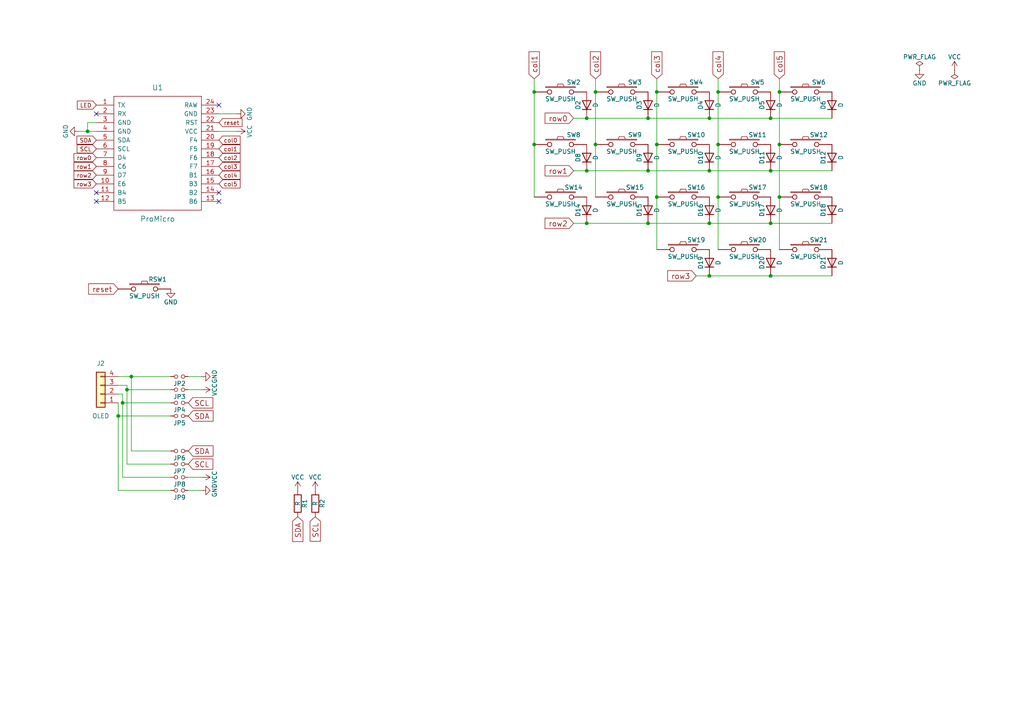
<source format=kicad_sch>
(kicad_sch (version 20211123) (generator eeschema)
  (paper "A4")
  (title_block (title "Corne Chocolate") (date "2018-11-16") (rev "2.0") (company "foostan"))
  (lib_symbols
    (symbol "Connector_Generic:Conn_01x04" (pin_names (offset 1.016) hide)
      (property "Reference" "J" (at 0 5.08 0))
      (property "Value" "Conn_01x04" (at 0 -7.62 0))
      (symbol "Conn_01x04_1_1"
        (rectangle (start -1.27 -4.953) (end 0 -5.207) (stroke (width 0.1524)))
        (rectangle (start -1.27 -2.413) (end 0 -2.667) (stroke (width 0.1524)))
        (rectangle (start -1.27 0.127) (end 0 -0.127) (stroke (width 0.1524)))
        (rectangle (start -1.27 2.667) (end 0 2.413) (stroke (width 0.1524)))
        (rectangle (start -1.27 3.81) (end 1.27 -6.35) (stroke (width 0.254)) (fill (type background)))
        (pin passive line (at -5.08 2.54 0) (length 3.81) (name "Pin_1") (number "1"))
        (pin passive line (at -5.08 0 0) (length 3.81) (name "Pin_2") (number "2"))
        (pin passive line (at -5.08 -2.54 0) (length 3.81) (name "Pin_3") (number "3"))
        (pin passive line (at -5.08 -5.08 0) (length 3.81) (name "Pin_4") (number "4"))
      )
    )
    (symbol "Device:D" (pin_numbers hide) (pin_names (offset 1.016) hide)
      (property "Reference" "D" (at 0 2.54 0))
      (property "Value" "D" (at 0 -2.54 0))
      (symbol "D_0_1"
        (polyline (pts (xy -1.27 1.27) (xy -1.27 -1.27)) (stroke (width 0.254)))
        (polyline (pts (xy 1.27 0) (xy -1.27 0)))
        (polyline (pts (xy 1.27 1.27) (xy 1.27 -1.27) (xy -1.27 0) (xy 1.27 1.27)) (stroke (width 0.254)))
      )
      (symbol "D_1_1"
        (pin passive line (at -3.81 0 0) (length 2.54) (name "K") (number "1"))
        (pin passive line (at 3.81 0 180) (length 2.54) (name "A") (number "2"))
      )
    )
    (symbol "Device:R" (pin_numbers hide) (pin_names (offset 0))
      (property "Reference" "R" (at 2.032 0 90))
      (property "Value" "R" (at 0 0 90))
      (symbol "R_0_1"
        (rectangle (start -1.016 -2.54) (end 1.016 2.54) (stroke (width 0.254)))
      )
      (symbol "R_1_1"
        (pin passive line (at 0 3.81 270) (length 1.27) (name "~") (number "1"))
        (pin passive line (at 0 -3.81 90) (length 1.27) (name "~") (number "2"))
      )
    )
    (symbol "corne-chocolate-rescue:Jumper_NO_Small-Device" (pin_numbers hide) (pin_names (offset 0.762) hide)
      (property "Reference" "JP" (at 0 2.032 0))
      (property "Value" "Jumper_NO_Small-Device" (at 0.254 -1.524 0))
      (symbol "Jumper_NO_Small-Device_0_1"
        (circle (center -1.016 0) (radius 0.508))
        (circle (center 1.016 0) (radius 0.508))
        (pin passive line (at -2.54 0 0) (length 1.016) (name "1") (number "1"))
        (pin passive line (at 2.54 0 180) (length 1.016) (name "2") (number "2"))
      )
    )
    (symbol "corne-chocolate-rescue:ProMicro-kbd" (pin_names (offset 1.016))
      (property "Reference" "U" (at 0 24.13 0))
      (property "Value" "ProMicro-kbd" (at 0 -13.97 0))
      (symbol "ProMicro-kbd_0_1"
        (rectangle (start -12.7 21.59) (end 12.7 -11.43))
      )
      (symbol "ProMicro-kbd_1_1"
        (pin bidirectional line (at -17.78 19.05 0) (length 5.08) (name "TX") (number "1"))
        (pin bidirectional line (at -17.78 -3.81 0) (length 5.08) (name "E6") (number "10"))
        (pin bidirectional line (at -17.78 -6.35 0) (length 5.08) (name "B4") (number "11"))
        (pin bidirectional line (at -17.78 -8.89 0) (length 5.08) (name "B5") (number "12"))
        (pin bidirectional line (at 17.78 -8.89 180) (length 5.08) (name "B6") (number "13"))
        (pin bidirectional line (at 17.78 -6.35 180) (length 5.08) (name "B2") (number "14"))
        (pin bidirectional line (at 17.78 -3.81 180) (length 5.08) (name "B3") (number "15"))
        (pin bidirectional line (at 17.78 -1.27 180) (length 5.08) (name "B1") (number "16"))
        (pin bidirectional line (at 17.78 1.27 180) (length 5.08) (name "F7") (number "17"))
        (pin bidirectional line (at 17.78 3.81 180) (length 5.08) (name "F6") (number "18"))
        (pin bidirectional line (at 17.78 6.35 180) (length 5.08) (name "F5") (number "19"))
        (pin bidirectional line (at -17.78 16.51 0) (length 5.08) (name "RX") (number "2"))
        (pin bidirectional line (at 17.78 8.89 180) (length 5.08) (name "F4") (number "20"))
        (pin power_in line (at 17.78 11.43 180) (length 5.08) (name "VCC") (number "21"))
        (pin input line (at 17.78 13.97 180) (length 5.08) (name "RST") (number "22"))
        (pin power_in line (at 17.78 16.51 180) (length 5.08) (name "GND") (number "23"))
        (pin power_out line (at 17.78 19.05 180) (length 5.08) (name "RAW") (number "24"))
        (pin power_in line (at -17.78 13.97 0) (length 5.08) (name "GND") (number "3"))
        (pin power_in line (at -17.78 11.43 0) (length 5.08) (name "GND") (number "4"))
        (pin bidirectional line (at -17.78 8.89 0) (length 5.08) (name "SDA") (number "5"))
        (pin bidirectional line (at -17.78 6.35 0) (length 5.08) (name "SCL") (number "6"))
        (pin bidirectional line (at -17.78 3.81 0) (length 5.08) (name "D4") (number "7"))
        (pin bidirectional line (at -17.78 1.27 0) (length 5.08) (name "C6") (number "8"))
        (pin bidirectional line (at -17.78 -1.27 0) (length 5.08) (name "D7") (number "9"))
      )
    )
    (symbol "kbd:SW_PUSH" (pin_numbers hide) (pin_names (offset 1.016) hide)
      (property "Reference" "SW" (at 3.81 2.794 0))
      (property "Value" "SW_PUSH" (at 0 -2.032 0))
      (symbol "SW_PUSH_0_1"
        (rectangle (start -4.318 1.27) (end 4.318 1.524))
        (polyline (pts (xy -1.016 1.524) (xy -0.762 2.286) (xy 0.762 2.286) (xy 1.016 1.524)))
        (pin passive inverted (at -7.62 0 0) (length 5.08) (name "1") (number "1"))
        (pin passive inverted (at 7.62 0 180) (length 5.08) (name "2") (number "2"))
      )
    )
    (symbol "power:GND" (power) (pin_names (offset 0))
      (property "Value" "GND" (at 0 -3.81 0))
      (symbol "GND_0_1"
        (polyline (pts (xy 0 0) (xy 0 -1.27) (xy 1.27 -1.27) (xy 0 -2.54) (xy -1.27 -1.27) (xy 0 -1.27)))
      )
      (symbol "GND_1_1"
        (pin power_in line (at 0 0 270) (length 0) hide (name "GND") (number "1"))
      )
    )
    (symbol "power:PWR_FLAG" (power) (pin_numbers hide) (pin_names (offset 0) hide)
      (property "Value" "PWR_FLAG" (at 0 3.81 0))
      (symbol "PWR_FLAG_0_0"
        (pin power_out line (at 0 0 90) (length 0) (name "pwr") (number "1"))
      )
      (symbol "PWR_FLAG_0_1"
        (polyline (pts (xy 0 0) (xy 0 1.27) (xy -1.016 1.905) (xy 0 2.54) (xy 1.016 1.905) (xy 0 1.27)))
      )
    )
    (symbol "power:VCC" (power) (pin_names (offset 0))
      (property "Value" "VCC" (at 0 3.81 0))
      (symbol "VCC_0_1"
        (polyline (pts (xy -0.762 1.27) (xy 0 2.54)))
        (polyline (pts (xy 0 0) (xy 0 2.54)))
        (polyline (pts (xy 0 2.54) (xy 0.762 1.27)))
      )
      (symbol "VCC_1_1"
        (pin power_in line (at 0 0 90) (length 0) hide (name "VCC") (number "1"))
      )
    )
  )
  (junction (at 172.72 41.91))
  (junction (at 170.18 34.29))
  (junction (at 208.28 57.15))
  (junction (at 170.18 49.53))
  (junction (at 187.96 34.29))
  (junction (at 187.96 64.77))
  (junction (at 223.52 64.77))
  (junction (at 38.1 109.22))
  (junction (at 154.94 26.67))
  (junction (at 205.74 80.01))
  (junction (at 34.29 120.65))
  (junction (at 36.83 113.03))
  (junction (at 205.74 64.77))
  (junction (at 226.06 57.15))
  (junction (at 208.28 41.91))
  (junction (at 223.52 34.29))
  (junction (at 170.18 64.77))
  (junction (at 190.5 41.91))
  (junction (at 172.72 26.67))
  (junction (at 205.74 34.29))
  (junction (at 226.06 26.67))
  (junction (at 205.74 49.53))
  (junction (at 223.52 49.53))
  (junction (at 190.5 57.15))
  (junction (at 226.06 41.91))
  (junction (at 208.28 26.67))
  (junction (at 35.56 116.84))
  (junction (at 154.94 41.91))
  (junction (at 25.4 38.1))
  (junction (at 223.52 80.01))
  (junction (at 190.5 26.67))
  (junction (at 187.96 49.53))
  (no_connect (at 63.5 30.48))
  (no_connect (at 27.94 33.02))
  (no_connect (at 27.94 55.88))
  (no_connect (at 63.5 55.88))
  (no_connect (at 27.94 58.42))
  (no_connect (at 63.5 58.42))
  (wire (pts (xy 170.18 64.77) (xy 187.96 64.77)))
  (wire (pts (xy 208.28 41.91) (xy 208.28 57.15)))
  (wire (pts (xy 170.18 49.53) (xy 187.96 49.53)))
  (wire (pts (xy 187.96 34.29) (xy 205.74 34.29)))
  (wire (pts (xy 35.56 116.84) (xy 35.56 138.43)))
  (wire (pts (xy 36.83 134.62) (xy 49.53 134.62)))
  (wire (pts (xy 34.29 116.84) (xy 34.29 120.65)))
  (wire (pts (xy 226.06 41.91) (xy 226.06 57.15)))
  (wire (pts (xy 166.37 49.53) (xy 170.18 49.53)))
  (wire (pts (xy 35.56 114.3) (xy 35.56 116.84)))
  (wire (pts (xy 166.37 34.29) (xy 170.18 34.29)))
  (wire (pts (xy 190.5 26.67) (xy 190.5 41.91)))
  (wire (pts (xy 36.83 113.03) (xy 36.83 134.62)))
  (wire (pts (xy 170.18 34.29) (xy 187.96 34.29)))
  (wire (pts (xy 205.74 49.53) (xy 223.52 49.53)))
  (wire (pts (xy 54.61 138.43) (xy 58.42 138.43)))
  (wire (pts (xy 187.96 49.53) (xy 205.74 49.53)))
  (wire (pts (xy 223.52 64.77) (xy 241.3 64.77)))
  (wire (pts (xy 25.4 38.1) (xy 27.94 38.1)))
  (wire (pts (xy 226.06 57.15) (xy 226.06 72.39)))
  (wire (pts (xy 27.94 35.56) (xy 25.4 35.56)))
  (wire (pts (xy 223.52 34.29) (xy 241.3 34.29)))
  (wire (pts (xy 63.5 33.02) (xy 68.58 33.02)))
  (wire (pts (xy 154.94 41.91) (xy 154.94 57.15)))
  (wire (pts (xy 49.53 116.84) (xy 35.56 116.84)))
  (wire (pts (xy 63.5 38.1) (xy 68.58 38.1)))
  (wire (pts (xy 190.5 57.15) (xy 190.5 72.39)))
  (wire (pts (xy 223.52 80.01) (xy 241.3 80.01)))
  (wire (pts (xy 205.74 80.01) (xy 223.52 80.01)))
  (wire (pts (xy 172.72 22.86) (xy 172.72 26.67)))
  (wire (pts (xy 38.1 109.22) (xy 38.1 130.81)))
  (wire (pts (xy 208.28 22.86) (xy 208.28 26.67)))
  (wire (pts (xy 154.94 22.86) (xy 154.94 26.67)))
  (wire (pts (xy 34.29 142.24) (xy 49.53 142.24)))
  (wire (pts (xy 34.29 120.65) (xy 34.29 142.24)))
  (wire (pts (xy 172.72 26.67) (xy 172.72 41.91)))
  (wire (pts (xy 34.29 109.22) (xy 38.1 109.22)))
  (wire (pts (xy 22.86 38.1) (xy 25.4 38.1)))
  (wire (pts (xy 36.83 111.76) (xy 36.83 113.03)))
  (wire (pts (xy 38.1 109.22) (xy 49.53 109.22)))
  (wire (pts (xy 49.53 113.03) (xy 36.83 113.03)))
  (wire (pts (xy 35.56 138.43) (xy 49.53 138.43)))
  (wire (pts (xy 34.29 111.76) (xy 36.83 111.76)))
  (wire (pts (xy 49.53 120.65) (xy 34.29 120.65)))
  (wire (pts (xy 54.61 113.03) (xy 58.42 113.03)))
  (wire (pts (xy 154.94 26.67) (xy 154.94 41.91)))
  (wire (pts (xy 201.93 80.01) (xy 205.74 80.01)))
  (wire (pts (xy 190.5 22.86) (xy 190.5 26.67)))
  (wire (pts (xy 38.1 130.81) (xy 49.53 130.81)))
  (wire (pts (xy 205.74 34.29) (xy 223.52 34.29)))
  (wire (pts (xy 226.06 26.67) (xy 226.06 41.91)))
  (wire (pts (xy 208.28 26.67) (xy 208.28 41.91)))
  (wire (pts (xy 34.29 114.3) (xy 35.56 114.3)))
  (wire (pts (xy 208.28 57.15) (xy 208.28 72.39)))
  (wire (pts (xy 172.72 41.91) (xy 172.72 57.15)))
  (wire (pts (xy 226.06 22.86) (xy 226.06 26.67)))
  (wire (pts (xy 166.37 64.77) (xy 170.18 64.77)))
  (wire (pts (xy 205.74 64.77) (xy 223.52 64.77)))
  (wire (pts (xy 190.5 41.91) (xy 190.5 57.15)))
  (wire (pts (xy 25.4 35.56) (xy 25.4 38.1)))
  (wire (pts (xy 223.52 49.53) (xy 241.3 49.53)))
  (wire (pts (xy 54.61 142.24) (xy 58.42 142.24)))
  (wire (pts (xy 187.96 64.77) (xy 205.74 64.77)))
  (wire (pts (xy 54.61 109.22) (xy 58.42 109.22)))
  (global_label "row3" (shape input) (at 27.94 53.34 180) (effects (font (size 1.1938 1.1938))) (property "Intersheet References" "${INTERSHEET_REFS}" (effects hide)))
  (global_label "row2" (shape input) (at 166.37 64.77 180) (effects (font (size 1.524 1.524))) (property "Intersheet References" "${INTERSHEET_REFS}" (effects hide)))
  (global_label "col3" (shape input) (at 190.5 22.86 90) (effects (font (size 1.524 1.524))) (property "Intersheet References" "${INTERSHEET_REFS}" (effects hide)))
  (global_label "row1" (shape input) (at 166.37 49.53 180) (effects (font (size 1.524 1.524))) (property "Intersheet References" "${INTERSHEET_REFS}" (effects hide)))
  (global_label "col5" (shape input) (at 63.5 53.34 0) (effects (font (size 1.1938 1.1938))) (property "Intersheet References" "${INTERSHEET_REFS}" (effects hide)))
  (global_label "col1" (shape input) (at 154.94 22.86 90) (effects (font (size 1.524 1.524))) (property "Intersheet References" "${INTERSHEET_REFS}" (effects hide)))
  (global_label "col1" (shape input) (at 63.5 43.18 0) (effects (font (size 1.1938 1.1938))) (property "Intersheet References" "${INTERSHEET_REFS}" (effects hide)))
  (global_label "row0" (shape input) (at 27.94 45.72 180) (effects (font (size 1.1938 1.1938))) (property "Intersheet References" "${INTERSHEET_REFS}" (effects hide)))
  (global_label "col3" (shape input) (at 63.5 48.26 0) (effects (font (size 1.1938 1.1938))) (property "Intersheet References" "${INTERSHEET_REFS}" (effects hide)))
  (global_label "col2" (shape input) (at 63.5 45.72 0) (effects (font (size 1.1938 1.1938))) (property "Intersheet References" "${INTERSHEET_REFS}" (effects hide)))
  (global_label "SCL" (shape input) (at 54.61 134.62 0) (effects (font (size 1.524 1.524))) (property "Intersheet References" "${INTERSHEET_REFS}" (effects hide)))
  (global_label "reset" (shape input) (at 34.29 83.82 180) (effects (font (size 1.524 1.524))) (property "Intersheet References" "${INTERSHEET_REFS}" (effects hide)))
  (global_label "reset" (shape input) (at 63.5 35.56 0) (effects (font (size 1.1938 1.1938))) (property "Intersheet References" "${INTERSHEET_REFS}" (effects hide)))
  (global_label "SCL" (shape input) (at 54.61 116.84 0) (effects (font (size 1.524 1.524))) (property "Intersheet References" "${INTERSHEET_REFS}" (effects hide)))
  (global_label "col5" (shape input) (at 226.06 22.86 90) (effects (font (size 1.524 1.524))) (property "Intersheet References" "${INTERSHEET_REFS}" (effects hide)))
  (global_label "SCL" (shape input) (at 27.94 43.18 180) (effects (font (size 1.1938 1.1938))) (property "Intersheet References" "${INTERSHEET_REFS}" (effects hide)))
  (global_label "col2" (shape input) (at 172.72 22.86 90) (effects (font (size 1.524 1.524))) (property "Intersheet References" "${INTERSHEET_REFS}" (effects hide)))
  (global_label "SDA" (shape input) (at 86.36 149.86 270) (effects (font (size 1.524 1.524))) (property "Intersheet References" "${INTERSHEET_REFS}" (effects hide)))
  (global_label "col4" (shape input) (at 208.28 22.86 90) (effects (font (size 1.524 1.524))) (property "Intersheet References" "${INTERSHEET_REFS}" (effects hide)))
  (global_label "col4" (shape input) (at 63.5 50.8 0) (effects (font (size 1.1938 1.1938))) (property "Intersheet References" "${INTERSHEET_REFS}" (effects hide)))
  (global_label "row2" (shape input) (at 27.94 50.8 180) (effects (font (size 1.1938 1.1938))) (property "Intersheet References" "${INTERSHEET_REFS}" (effects hide)))
  (global_label "SCL" (shape input) (at 91.44 149.86 270) (effects (font (size 1.524 1.524))) (property "Intersheet References" "${INTERSHEET_REFS}" (effects hide)))
  (global_label "SDA" (shape input) (at 27.94 40.64 180) (effects (font (size 1.1938 1.1938))) (property "Intersheet References" "${INTERSHEET_REFS}" (effects hide)))
  (global_label "row0" (shape input) (at 166.37 34.29 180) (effects (font (size 1.524 1.524))) (property "Intersheet References" "${INTERSHEET_REFS}" (effects hide)))
  (global_label "SDA" (shape input) (at 54.61 130.81 0) (effects (font (size 1.524 1.524))) (property "Intersheet References" "${INTERSHEET_REFS}" (effects hide)))
  (global_label "row1" (shape input) (at 27.94 48.26 180) (effects (font (size 1.1938 1.1938))) (property "Intersheet References" "${INTERSHEET_REFS}" (effects hide)))
  (global_label "SDA" (shape input) (at 54.61 120.65 0) (effects (font (size 1.524 1.524))) (property "Intersheet References" "${INTERSHEET_REFS}" (effects hide)))
  (global_label "LED" (shape input) (at 27.94 30.48 180) (effects (font (size 1.1938 1.1938))) (property "Intersheet References" "${INTERSHEET_REFS}" (effects hide)))
  (global_label "row3" (shape input) (at 201.93 80.01 180) (effects (font (size 1.524 1.524))) (property "Intersheet References" "${INTERSHEET_REFS}" (effects hide)))
  (global_label "col0" (shape input) (at 63.5 40.64 0) (effects (font (size 1.1938 1.1938))) (property "Intersheet References" "${INTERSHEET_REFS}" (effects hide)))
  (symbol (lib_id "corne-chocolate-rescue:ProMicro-kbd") (at 45.72 49.53 0) (unit 1)
    (property "Reference" "U1" (at 45.72 25.4 0) (effects (font (size 1.524 1.524))))
    (property "Value" "ProMicro" (at 45.72 63.5 0) (effects (font (size 1.524 1.524))))
    (property "Footprint" "kbd:ProMicro_v2" (effects hide))
  )
  (symbol (lib_id "kbd:SW_PUSH") (at 162.56 26.67 0) (unit 1)
    (property "Reference" "SW2" (at 166.37 23.876 0))
    (property "Value" "SW_PUSH" (at 162.56 28.702 0))
    (property "Footprint" "kbd:MX_ALPS_PG1350_noLed" (effects hide))
  )
  (symbol (lib_id "Device:D") (at 170.18 30.48 90) (unit 1)
    (property "Reference" "D2" (at 167.64 30.48 0))
    (property "Value" "D" (at 172.72 30.48 0))
    (property "Footprint" "kbd:D3_TH_SMD" (effects hide))
  )
  (symbol (lib_id "kbd:SW_PUSH") (at 180.34 26.67 0) (unit 1)
    (property "Reference" "SW3" (at 184.15 23.876 0))
    (property "Value" "SW_PUSH" (at 180.34 28.702 0))
    (property "Footprint" "kbd:MX_ALPS_PG1350_noLed" (effects hide))
  )
  (symbol (lib_id "Device:D") (at 187.96 30.48 90) (unit 1)
    (property "Reference" "D3" (at 185.42 30.48 0))
    (property "Value" "D" (at 190.5 30.48 0))
    (property "Footprint" "kbd:D3_TH_SMD" (effects hide))
  )
  (symbol (lib_id "kbd:SW_PUSH") (at 198.12 26.67 0) (unit 1)
    (property "Reference" "SW4" (at 201.93 23.876 0))
    (property "Value" "SW_PUSH" (at 198.12 28.702 0))
    (property "Footprint" "kbd:MX_ALPS_PG1350_noLed" (effects hide))
  )
  (symbol (lib_id "kbd:SW_PUSH") (at 215.9 26.67 0) (unit 1)
    (property "Reference" "SW5" (at 219.71 23.876 0))
    (property "Value" "SW_PUSH" (at 215.9 28.702 0))
    (property "Footprint" "kbd:MX_ALPS_PG1350_noLed" (effects hide))
  )
  (symbol (lib_id "kbd:SW_PUSH") (at 233.68 26.67 0) (unit 1)
    (property "Reference" "SW6" (at 237.49 23.876 0))
    (property "Value" "SW_PUSH" (at 233.68 28.702 0))
    (property "Footprint" "kbd:MX_ALPS_PG1350_noLed" (effects hide))
  )
  (symbol (lib_id "Device:D") (at 205.74 30.48 90) (unit 1)
    (property "Reference" "D4" (at 203.2 30.48 0))
    (property "Value" "D" (at 208.28 30.48 0))
    (property "Footprint" "kbd:D3_TH_SMD" (effects hide))
  )
  (symbol (lib_id "Device:D") (at 223.52 30.48 90) (unit 1)
    (property "Reference" "D5" (at 220.98 30.48 0))
    (property "Value" "D" (at 226.06 30.48 0))
    (property "Footprint" "kbd:D3_TH_SMD" (effects hide))
  )
  (symbol (lib_id "Device:D") (at 241.3 30.48 90) (unit 1)
    (property "Reference" "D6" (at 238.76 30.48 0))
    (property "Value" "D" (at 243.84 30.48 0))
    (property "Footprint" "kbd:D3_TH_SMD" (effects hide))
  )
  (symbol (lib_id "kbd:SW_PUSH") (at 162.56 41.91 0) (unit 1)
    (property "Reference" "SW8" (at 166.37 39.116 0))
    (property "Value" "SW_PUSH" (at 162.56 43.942 0))
    (property "Footprint" "kbd:MX_ALPS_PG1350_noLed" (effects hide))
  )
  (symbol (lib_id "Device:D") (at 170.18 45.72 90) (unit 1)
    (property "Reference" "D8" (at 167.64 45.72 0))
    (property "Value" "D" (at 172.72 45.72 0))
    (property "Footprint" "kbd:D3_TH_SMD" (effects hide))
  )
  (symbol (lib_id "kbd:SW_PUSH") (at 180.34 41.91 0) (unit 1)
    (property "Reference" "SW9" (at 184.15 39.116 0))
    (property "Value" "SW_PUSH" (at 180.34 43.942 0))
    (property "Footprint" "kbd:MX_ALPS_PG1350_noLed" (effects hide))
  )
  (symbol (lib_id "Device:D") (at 187.96 45.72 90) (unit 1)
    (property "Reference" "D9" (at 185.42 45.72 0))
    (property "Value" "D" (at 190.5 45.72 0))
    (property "Footprint" "kbd:D3_TH_SMD" (effects hide))
  )
  (symbol (lib_id "kbd:SW_PUSH") (at 198.12 41.91 0) (unit 1)
    (property "Reference" "SW10" (at 201.93 39.116 0))
    (property "Value" "SW_PUSH" (at 198.12 43.942 0))
    (property "Footprint" "kbd:MX_ALPS_PG1350_noLed" (effects hide))
  )
  (symbol (lib_id "kbd:SW_PUSH") (at 215.9 41.91 0) (unit 1)
    (property "Reference" "SW11" (at 219.71 39.116 0))
    (property "Value" "SW_PUSH" (at 215.9 43.942 0))
    (property "Footprint" "kbd:MX_ALPS_PG1350_noLed" (effects hide))
  )
  (symbol (lib_id "kbd:SW_PUSH") (at 233.68 41.91 0) (unit 1)
    (property "Reference" "SW12" (at 237.49 39.116 0))
    (property "Value" "SW_PUSH" (at 233.68 43.942 0))
    (property "Footprint" "kbd:MX_ALPS_PG1350_noLed" (effects hide))
  )
  (symbol (lib_id "Device:D") (at 205.74 45.72 90) (unit 1)
    (property "Reference" "D10" (at 203.2 45.72 0))
    (property "Value" "D" (at 208.28 45.72 0))
    (property "Footprint" "kbd:D3_TH_SMD" (effects hide))
  )
  (symbol (lib_id "Device:D") (at 223.52 45.72 90) (unit 1)
    (property "Reference" "D11" (at 220.98 45.72 0))
    (property "Value" "D" (at 226.06 45.72 0))
    (property "Footprint" "kbd:D3_TH_SMD" (effects hide))
  )
  (symbol (lib_id "Device:D") (at 241.3 45.72 90) (unit 1)
    (property "Reference" "D12" (at 238.76 45.72 0))
    (property "Value" "D" (at 243.84 45.72 0))
    (property "Footprint" "kbd:D3_TH_SMD" (effects hide))
  )
  (symbol (lib_id "kbd:SW_PUSH") (at 162.56 57.15 0) (unit 1)
    (property "Reference" "SW14" (at 166.37 54.356 0))
    (property "Value" "SW_PUSH" (at 162.56 59.182 0))
    (property "Footprint" "kbd:MX_ALPS_PG1350_noLed" (effects hide))
  )
  (symbol (lib_id "Device:D") (at 170.18 60.96 90) (unit 1)
    (property "Reference" "D14" (at 167.64 60.96 0))
    (property "Value" "D" (at 172.72 60.96 0))
    (property "Footprint" "kbd:D3_TH_SMD" (effects hide))
  )
  (symbol (lib_id "kbd:SW_PUSH") (at 180.34 57.15 0) (unit 1)
    (property "Reference" "SW15" (at 184.15 54.356 0))
    (property "Value" "SW_PUSH" (at 180.34 59.182 0))
    (property "Footprint" "kbd:MX_ALPS_PG1350_noLed" (effects hide))
  )
  (symbol (lib_id "Device:D") (at 187.96 60.96 90) (unit 1)
    (property "Reference" "D15" (at 185.42 60.96 0))
    (property "Value" "D" (at 190.5 60.96 0))
    (property "Footprint" "kbd:D3_TH_SMD" (effects hide))
  )
  (symbol (lib_id "kbd:SW_PUSH") (at 198.12 57.15 0) (unit 1)
    (property "Reference" "SW16" (at 201.93 54.356 0))
    (property "Value" "SW_PUSH" (at 198.12 59.182 0))
    (property "Footprint" "kbd:MX_ALPS_PG1350_noLed" (effects hide))
  )
  (symbol (lib_id "kbd:SW_PUSH") (at 215.9 57.15 0) (unit 1)
    (property "Reference" "SW17" (at 219.71 54.356 0))
    (property "Value" "SW_PUSH" (at 215.9 59.182 0))
    (property "Footprint" "kbd:MX_ALPS_PG1350_noLed" (effects hide))
  )
  (symbol (lib_id "kbd:SW_PUSH") (at 233.68 57.15 0) (unit 1)
    (property "Reference" "SW18" (at 237.49 54.356 0))
    (property "Value" "SW_PUSH" (at 233.68 59.182 0))
    (property "Footprint" "kbd:MX_ALPS_PG1350_noLed" (effects hide))
  )
  (symbol (lib_id "Device:D") (at 205.74 60.96 90) (unit 1)
    (property "Reference" "D16" (at 203.2 60.96 0))
    (property "Value" "D" (at 208.28 60.96 0))
    (property "Footprint" "kbd:D3_TH_SMD" (effects hide))
  )
  (symbol (lib_id "Device:D") (at 223.52 60.96 90) (unit 1)
    (property "Reference" "D17" (at 220.98 60.96 0))
    (property "Value" "D" (at 226.06 60.96 0))
    (property "Footprint" "kbd:D3_TH_SMD" (effects hide))
  )
  (symbol (lib_id "Device:D") (at 241.3 60.96 90) (unit 1)
    (property "Reference" "D18" (at 238.76 60.96 0))
    (property "Value" "D" (at 243.84 60.96 0))
    (property "Footprint" "kbd:D3_TH_SMD" (effects hide))
  )
  (symbol (lib_id "kbd:SW_PUSH") (at 215.9 72.39 0) (unit 1)
    (property "Reference" "SW20" (at 219.71 69.596 0))
    (property "Value" "SW_PUSH" (at 215.9 74.422 0))
    (property "Footprint" "kbd:MX_ALPS_PG1350_noLed" (effects hide))
  )
  (symbol (lib_id "Device:D") (at 223.52 76.2 90) (unit 1)
    (property "Reference" "D20" (at 220.98 76.2 0))
    (property "Value" "D" (at 226.06 76.2 0))
    (property "Footprint" "kbd:D3_TH_SMD" (effects hide))
  )
  (symbol (lib_id "kbd:SW_PUSH") (at 233.68 72.39 0) (unit 1)
    (property "Reference" "SW21" (at 237.49 69.596 0))
    (property "Value" "SW_PUSH" (at 233.68 74.422 0))
    (property "Footprint" "kbd:MX_ALPS_PG1350_noLed_1.75u" (effects hide))
  )
  (symbol (lib_id "Device:D") (at 241.3 76.2 90) (unit 1)
    (property "Reference" "D21" (at 238.76 76.2 0))
    (property "Value" "D" (at 243.84 76.2 0))
    (property "Footprint" "kbd:D3_TH_SMD" (effects hide))
  )
  (symbol (lib_id "kbd:SW_PUSH") (at 198.12 72.39 0) (unit 1)
    (property "Reference" "SW19" (at 201.93 69.596 0))
    (property "Value" "SW_PUSH" (at 198.12 74.422 0))
    (property "Footprint" "kbd:MX_ALPS_PG1350_noLed" (effects hide))
  )
  (symbol (lib_id "Device:D") (at 205.74 76.2 90) (unit 1)
    (property "Reference" "D19" (at 203.2 76.2 0))
    (property "Value" "D" (at 208.28 76.2 0))
    (property "Footprint" "kbd:D3_TH_SMD" (effects hide))
  )
  (symbol (lib_id "power:GND") (at 68.58 33.02 90) (unit 1)
    (property "Reference" "#PWR01" (effects hide))
    (property "Value" "GND" (at 72.39 33.02 0))
  )
  (symbol (lib_id "power:VCC") (at 68.58 38.1 270) (unit 1)
    (property "Reference" "#PWR023" (effects hide))
    (property "Value" "VCC" (at 72.39 38.1 0))
  )
  (symbol (lib_id "power:GND") (at 22.86 38.1 270) (unit 1)
    (property "Reference" "#PWR02" (effects hide))
    (property "Value" "GND" (at 19.05 38.1 0))
  )
  (symbol (lib_id "power:GND") (at 266.7 20.32 0) (unit 1)
    (property "Reference" "#PWR03" (effects hide))
    (property "Value" "GND" (at 266.7 24.13 0))
  )
  (symbol (lib_id "power:VCC") (at 276.86 20.32 0) (unit 1)
    (property "Reference" "#PWR04" (effects hide))
    (property "Value" "VCC" (at 276.86 16.51 0))
  )
  (symbol (lib_id "power:PWR_FLAG") (at 276.86 20.32 180) (unit 1)
    (property "Reference" "#FLG05" (effects hide))
    (property "Value" "PWR_FLAG" (at 276.86 24.13 0))
  )
  (symbol (lib_id "power:PWR_FLAG") (at 266.7 20.32 0) (unit 1)
    (property "Reference" "#FLG06" (effects hide))
    (property "Value" "PWR_FLAG" (at 266.7 16.51 0))
  )
  (symbol (lib_id "kbd:SW_PUSH") (at 41.91 83.82 0) (unit 1)
    (property "Reference" "RSW1" (at 45.72 81.026 0))
    (property "Value" "SW_PUSH" (at 41.91 85.852 0))
    (property "Footprint" "kbd:ResetSW" (effects hide))
  )
  (symbol (lib_id "power:GND") (at 49.53 83.82 0) (unit 1)
    (property "Reference" "#PWR07" (effects hide))
    (property "Value" "GND" (at 49.53 87.63 0))
  )
  (symbol (lib_id "Connector_Generic:Conn_01x04") (at 29.21 114.3 180) (unit 1)
    (property "Reference" "J2" (at 29.21 105.41 0))
    (property "Value" "OLED" (at 29.21 120.65 0))
    (property "Footprint" "kbd:OLED" (effects hide))
  )
  (symbol (lib_id "corne-chocolate-rescue:Jumper_NO_Small-Device") (at 52.07 109.22 180) (unit 1)
    (property "Reference" "JP2" (at 52.07 111.252 0))
    (property "Value" " " (at 51.816 107.696 0))
    (property "Footprint" "kbd:Jumper" (effects hide))
  )
  (symbol (lib_id "corne-chocolate-rescue:Jumper_NO_Small-Device") (at 52.07 113.03 180) (unit 1)
    (property "Reference" "JP3" (at 52.07 115.062 0))
    (property "Value" " " (at 51.816 111.506 0))
    (property "Footprint" "kbd:Jumper" (effects hide))
  )
  (symbol (lib_id "corne-chocolate-rescue:Jumper_NO_Small-Device") (at 52.07 116.84 180) (unit 1)
    (property "Reference" "JP4" (at 52.07 118.872 0))
    (property "Value" " " (at 51.816 115.316 0))
    (property "Footprint" "kbd:Jumper" (effects hide))
  )
  (symbol (lib_id "corne-chocolate-rescue:Jumper_NO_Small-Device") (at 52.07 120.65 180) (unit 1)
    (property "Reference" "JP5" (at 52.07 122.682 0))
    (property "Value" " " (at 51.816 119.126 0))
    (property "Footprint" "kbd:Jumper" (effects hide))
  )
  (symbol (lib_id "corne-chocolate-rescue:Jumper_NO_Small-Device") (at 52.07 130.81 180) (unit 1)
    (property "Reference" "JP6" (at 52.07 132.842 0))
    (property "Value" " " (at 51.816 129.286 0))
    (property "Footprint" "kbd:Jumper" (effects hide))
  )
  (symbol (lib_id "corne-chocolate-rescue:Jumper_NO_Small-Device") (at 52.07 134.62 180) (unit 1)
    (property "Reference" "JP7" (at 52.07 136.652 0))
    (property "Value" " " (at 51.816 133.096 0))
    (property "Footprint" "kbd:Jumper" (effects hide))
  )
  (symbol (lib_id "corne-chocolate-rescue:Jumper_NO_Small-Device") (at 52.07 138.43 180) (unit 1)
    (property "Reference" "JP8" (at 52.07 140.462 0))
    (property "Value" " " (at 51.816 136.906 0))
    (property "Footprint" "kbd:Jumper" (effects hide))
  )
  (symbol (lib_id "corne-chocolate-rescue:Jumper_NO_Small-Device") (at 52.07 142.24 180) (unit 1)
    (property "Reference" "JP9" (at 52.07 144.272 0))
    (property "Value" " " (at 51.816 140.716 0))
    (property "Footprint" "kbd:Jumper" (effects hide))
  )
  (symbol (lib_id "power:GND") (at 58.42 109.22 90) (unit 1)
    (property "Reference" "#PWR010" (effects hide))
    (property "Value" "GND" (at 62.23 109.22 0))
  )
  (symbol (lib_id "power:GND") (at 58.42 142.24 90) (unit 1)
    (property "Reference" "#PWR011" (effects hide))
    (property "Value" "GND" (at 62.23 142.24 0))
  )
  (symbol (lib_id "power:VCC") (at 58.42 113.03 270) (unit 1)
    (property "Reference" "#PWR012" (effects hide))
    (property "Value" "VCC" (at 62.23 113.03 0))
  )
  (symbol (lib_id "power:VCC") (at 58.42 138.43 270) (unit 1)
    (property "Reference" "#PWR013" (effects hide))
    (property "Value" "VCC" (at 62.23 138.43 0))
  )
  (symbol (lib_id "Device:R") (at 86.36 146.05 0) (unit 1)
    (property "Reference" "R1" (at 88.392 146.05 90))
    (property "Value" "R" (at 86.36 146.05 90))
    (property "Footprint" "kbd:R" (effects hide))
  )
  (symbol (lib_id "Device:R") (at 91.44 146.05 0) (unit 1)
    (property "Reference" "R2" (at 93.472 146.05 90))
    (property "Value" "R" (at 91.44 146.05 90))
    (property "Footprint" "kbd:R" (effects hide))
  )
  (symbol (lib_id "power:VCC") (at 86.36 142.24 0) (unit 1)
    (property "Reference" "#PWR021" (effects hide))
    (property "Value" "VCC" (at 86.36 138.43 0))
  )
  (symbol (lib_id "power:VCC") (at 91.44 142.24 0) (unit 1)
    (property "Reference" "#PWR022" (effects hide))
    (property "Value" "VCC" (at 91.44 138.43 0))
  )
)
</source>
